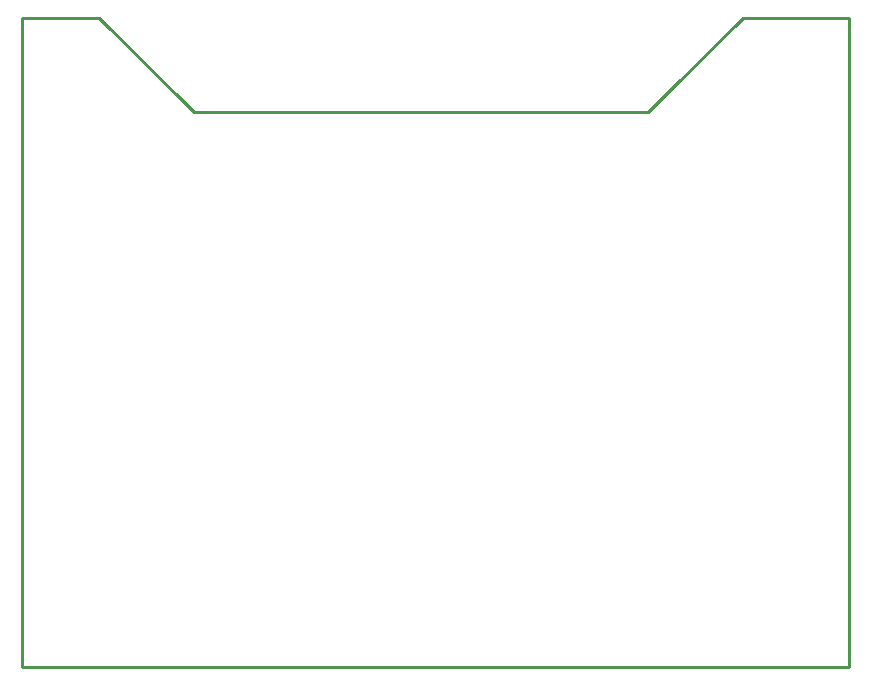
<source format=gko>
G04*
G04 #@! TF.GenerationSoftware,Altium Limited,Altium Designer,18.1.6 (161)*
G04*
G04 Layer_Color=16711935*
%FSLAX25Y25*%
%MOIN*%
G70*
G01*
G75*
%ADD12C,0.01000*%
D12*
X0Y0D02*
X275591D01*
Y216535D01*
X240157D02*
X275591D01*
X208661Y185039D02*
X216535Y192913D01*
X240157Y216535D01*
X0D02*
X25590D01*
X54134Y187992D01*
X57087Y185039D01*
X208661D01*
X0Y0D02*
Y216535D01*
M02*

</source>
